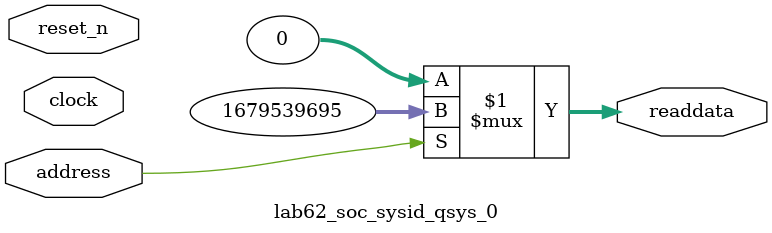
<source format=v>



// synthesis translate_off
`timescale 1ns / 1ps
// synthesis translate_on

// turn off superfluous verilog processor warnings 
// altera message_level Level1 
// altera message_off 10034 10035 10036 10037 10230 10240 10030 

module lab62_soc_sysid_qsys_0 (
               // inputs:
                address,
                clock,
                reset_n,

               // outputs:
                readdata
             )
;

  output  [ 31: 0] readdata;
  input            address;
  input            clock;
  input            reset_n;

  wire    [ 31: 0] readdata;
  //control_slave, which is an e_avalon_slave
  assign readdata = address ? 1679539695 : 0;

endmodule



</source>
